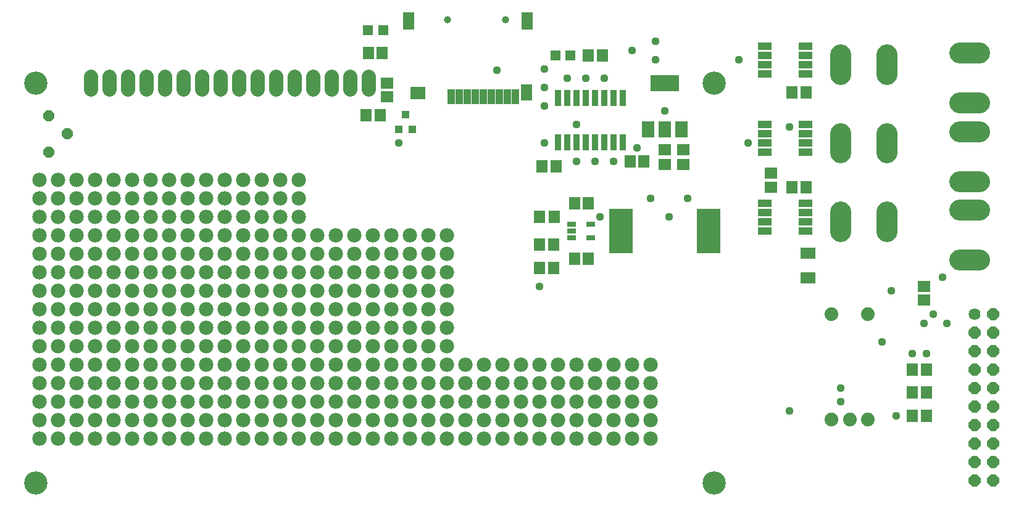
<source format=gts>
G75*
G70*
%OFA0B0*%
%FSLAX24Y24*%
%IPPOS*%
%LPD*%
%AMOC8*
5,1,8,0,0,1.08239X$1,22.5*
%
%ADD10C,0.0780*%
%ADD11C,0.1261*%
%ADD12C,0.0740*%
%ADD13R,0.0592X0.0710*%
%ADD14OC8,0.0600*%
%ADD15R,0.0395X0.0434*%
%ADD16R,0.0710X0.0592*%
%ADD17C,0.0640*%
%ADD18OC8,0.0640*%
%ADD19R,0.0670X0.0870*%
%ADD20R,0.1580X0.0870*%
%ADD21R,0.0340X0.0880*%
%ADD22R,0.0552X0.0552*%
%ADD23R,0.0502X0.0276*%
%ADD24R,0.0789X0.0631*%
%ADD25C,0.1130*%
%ADD26R,0.0780X0.0440*%
%ADD27R,0.1261X0.2442*%
%ADD28R,0.0395X0.0789*%
%ADD29R,0.0631X0.0867*%
%ADD30R,0.0631X0.0946*%
%ADD31R,0.0789X0.0710*%
%ADD32C,0.0395*%
%ADD33C,0.0437*%
%ADD34C,0.0780*%
D10*
X005178Y027566D02*
X005178Y028266D01*
X006178Y028266D02*
X006178Y027566D01*
X007178Y027566D02*
X007178Y028266D01*
X008178Y028266D02*
X008178Y027566D01*
X009178Y027566D02*
X009178Y028266D01*
X010178Y028266D02*
X010178Y027566D01*
X011178Y027566D02*
X011178Y028266D01*
X012178Y028266D02*
X012178Y027566D01*
X013178Y027566D02*
X013178Y028266D01*
X014178Y028266D02*
X014178Y027566D01*
X015178Y027566D02*
X015178Y028266D01*
X016178Y028266D02*
X016178Y027566D01*
X017178Y027566D02*
X017178Y028266D01*
X018178Y028266D02*
X018178Y027566D01*
X019178Y027566D02*
X019178Y028266D01*
X020178Y028266D02*
X020178Y027566D01*
D11*
X002230Y006258D03*
X038845Y006258D03*
X038840Y027913D03*
X002230Y027913D03*
D12*
X045196Y015419D03*
X047164Y015419D03*
X047164Y009710D03*
X046180Y009710D03*
X045196Y009710D03*
D13*
X049556Y009913D03*
X050304Y009913D03*
X050304Y011163D03*
X049556Y011163D03*
X049556Y012413D03*
X050304Y012413D03*
X043824Y022288D03*
X043036Y022288D03*
X035054Y023663D03*
X034306Y023663D03*
X030324Y023413D03*
X029536Y023413D03*
X031306Y021413D03*
X032054Y021413D03*
X030199Y020663D03*
X029411Y020663D03*
X029431Y019163D03*
X030179Y019163D03*
X031306Y018413D03*
X032054Y018413D03*
X030179Y017913D03*
X029431Y017913D03*
X020804Y026163D03*
X020056Y026163D03*
X020181Y029538D03*
X020929Y029538D03*
X032056Y029413D03*
X032804Y029413D03*
X043036Y027413D03*
X043824Y027413D03*
D14*
X003930Y025163D03*
X002930Y026153D03*
X002930Y024173D03*
D15*
X021806Y025394D03*
X022554Y025394D03*
X022180Y026221D03*
D16*
X021180Y027164D03*
X021180Y027912D03*
X036180Y024307D03*
X036180Y023519D03*
X037180Y023519D03*
X037180Y024307D03*
X041930Y023037D03*
X041930Y022289D03*
X050180Y016912D03*
X050180Y016164D03*
D17*
X052930Y015413D03*
D18*
X053930Y015413D03*
X053930Y014413D03*
X052930Y014413D03*
X052930Y013413D03*
X053930Y013413D03*
X053930Y012413D03*
X052930Y012413D03*
X052930Y011413D03*
X053930Y011413D03*
X053930Y010413D03*
X052930Y010413D03*
X052930Y009413D03*
X053930Y009413D03*
X053930Y008413D03*
X052930Y008413D03*
X052930Y007413D03*
X053930Y007413D03*
X053930Y006413D03*
X052930Y006413D03*
D19*
X037090Y025423D03*
X036190Y025423D03*
X035290Y025423D03*
D20*
X036180Y027903D03*
D21*
X033930Y027123D03*
X033430Y027123D03*
X032930Y027123D03*
X032430Y027123D03*
X031930Y027123D03*
X031430Y027123D03*
X030930Y027123D03*
X030430Y027123D03*
X030430Y024703D03*
X030930Y024703D03*
X031430Y024703D03*
X031930Y024703D03*
X032430Y024703D03*
X032930Y024703D03*
X033430Y024703D03*
X033930Y024703D03*
D22*
X031093Y029413D03*
X030267Y029413D03*
X020968Y030788D03*
X020142Y030788D03*
D23*
X031163Y020287D03*
X031163Y019913D03*
X031163Y019539D03*
X032197Y019539D03*
X032197Y020287D03*
D24*
X043930Y018707D03*
X043930Y017369D03*
D25*
X045680Y019888D02*
X045680Y020938D01*
X048180Y020938D02*
X048180Y019888D01*
X052130Y021033D02*
X053180Y021033D01*
X053180Y022583D02*
X052130Y022583D01*
X048180Y024138D02*
X048180Y025188D01*
X045680Y025188D02*
X045680Y024138D01*
X052130Y025283D02*
X053180Y025283D01*
X053180Y026833D02*
X052130Y026833D01*
X048180Y028388D02*
X048180Y029438D01*
X045680Y029438D02*
X045680Y028388D01*
X052130Y029533D02*
X053180Y029533D01*
X053180Y018333D02*
X052130Y018333D01*
D26*
X043780Y019913D03*
X043780Y020413D03*
X043780Y020913D03*
X043780Y021413D03*
X041580Y021413D03*
X041580Y020913D03*
X041580Y020413D03*
X041580Y019913D03*
X041580Y024163D03*
X041580Y024663D03*
X041580Y025163D03*
X041580Y025663D03*
X043780Y025663D03*
X043780Y025163D03*
X043780Y024663D03*
X043780Y024163D03*
X043780Y028413D03*
X043780Y028913D03*
X043780Y029413D03*
X043780Y029913D03*
X041580Y029913D03*
X041580Y029413D03*
X041580Y028913D03*
X041580Y028413D03*
D27*
X038542Y019913D03*
X033818Y019913D03*
D28*
X028129Y027163D03*
X027696Y027163D03*
X027263Y027163D03*
X026830Y027163D03*
X026397Y027163D03*
X025963Y027163D03*
X025530Y027163D03*
X025097Y027163D03*
X024664Y027163D03*
D29*
X028700Y027399D03*
D30*
X028759Y031277D03*
X022341Y031277D03*
D31*
X022834Y027360D03*
D32*
X024448Y031336D03*
X027597Y031336D03*
D33*
X027119Y028602D03*
X029680Y028663D03*
X029680Y027663D03*
X029680Y026663D03*
X031430Y025663D03*
X029680Y024663D03*
X031430Y023663D03*
X032430Y023663D03*
X033430Y023663D03*
X034680Y024413D03*
X036180Y026413D03*
X032930Y028163D03*
X031930Y028163D03*
X030930Y028163D03*
X034430Y029663D03*
X035680Y030163D03*
X035680Y029163D03*
X040180Y029163D03*
X042930Y025538D03*
X040680Y024663D03*
X037430Y021663D03*
X036430Y020663D03*
X035430Y021663D03*
X032680Y020663D03*
X029430Y016913D03*
X042930Y010163D03*
X045680Y010663D03*
X045680Y011413D03*
X048680Y009913D03*
X049556Y013287D03*
X050304Y013287D03*
X047930Y013913D03*
X050180Y014913D03*
X050680Y015413D03*
X051430Y014913D03*
X048430Y016663D03*
X051180Y017413D03*
X021805Y024663D03*
D34*
X016430Y022663D03*
X015430Y022663D03*
X014430Y022663D03*
X013430Y022663D03*
X012430Y022663D03*
X011430Y022663D03*
X010430Y022663D03*
X009430Y022663D03*
X008430Y022663D03*
X007430Y022663D03*
X006430Y022663D03*
X005430Y022663D03*
X004430Y022663D03*
X003430Y022663D03*
X002430Y022663D03*
X002430Y021663D03*
X003430Y021663D03*
X004430Y021663D03*
X005430Y021663D03*
X006430Y021663D03*
X007430Y021663D03*
X008430Y021663D03*
X009430Y021663D03*
X010430Y021663D03*
X011430Y021663D03*
X012430Y021663D03*
X013430Y021663D03*
X014430Y021663D03*
X015430Y021663D03*
X016430Y021663D03*
X016430Y020663D03*
X015430Y020663D03*
X014430Y020663D03*
X013430Y020663D03*
X012430Y020663D03*
X011430Y020663D03*
X010430Y020663D03*
X009430Y020663D03*
X008430Y020663D03*
X007430Y020663D03*
X006430Y020663D03*
X005430Y020663D03*
X004430Y020663D03*
X003430Y020663D03*
X002430Y020663D03*
X002430Y019663D03*
X003430Y019663D03*
X004430Y019663D03*
X005430Y019663D03*
X006430Y019663D03*
X007430Y019663D03*
X008430Y019663D03*
X009430Y019663D03*
X010430Y019663D03*
X011430Y019663D03*
X012430Y019663D03*
X013430Y019663D03*
X014430Y019663D03*
X015430Y019663D03*
X016430Y019663D03*
X017430Y019663D03*
X018430Y019663D03*
X019430Y019663D03*
X020430Y019663D03*
X021430Y019663D03*
X022430Y019663D03*
X023430Y019663D03*
X024430Y019663D03*
X024430Y018663D03*
X023430Y018663D03*
X022430Y018663D03*
X021430Y018663D03*
X020430Y018663D03*
X019430Y018663D03*
X018430Y018663D03*
X017430Y018663D03*
X016430Y018663D03*
X015430Y018663D03*
X014430Y018663D03*
X013430Y018663D03*
X012430Y018663D03*
X011430Y018663D03*
X010430Y018663D03*
X009430Y018663D03*
X008430Y018663D03*
X007430Y018663D03*
X006430Y018663D03*
X005430Y018663D03*
X004430Y018663D03*
X003430Y018663D03*
X002430Y018663D03*
X002430Y017663D03*
X003430Y017663D03*
X004430Y017663D03*
X005430Y017663D03*
X006430Y017663D03*
X007430Y017663D03*
X008430Y017663D03*
X009430Y017663D03*
X010430Y017663D03*
X011430Y017663D03*
X012430Y017663D03*
X013430Y017663D03*
X014430Y017663D03*
X015430Y017663D03*
X016430Y017663D03*
X017430Y017663D03*
X018430Y017663D03*
X019430Y017663D03*
X020430Y017663D03*
X021430Y017663D03*
X022430Y017663D03*
X023430Y017663D03*
X024430Y017663D03*
X024430Y016663D03*
X023430Y016663D03*
X022430Y016663D03*
X021430Y016663D03*
X020430Y016663D03*
X019430Y016663D03*
X018430Y016663D03*
X017430Y016663D03*
X016430Y016663D03*
X015430Y016663D03*
X014430Y016663D03*
X013430Y016663D03*
X012430Y016663D03*
X011430Y016663D03*
X010430Y016663D03*
X009430Y016663D03*
X008430Y016663D03*
X007430Y016663D03*
X006430Y016663D03*
X005430Y016663D03*
X004430Y016663D03*
X003430Y016663D03*
X002430Y016663D03*
X002430Y015663D03*
X003430Y015663D03*
X004430Y015663D03*
X005430Y015663D03*
X006430Y015663D03*
X007430Y015663D03*
X008430Y015663D03*
X009430Y015663D03*
X010430Y015663D03*
X011430Y015663D03*
X012430Y015663D03*
X013430Y015663D03*
X014430Y015663D03*
X015430Y015663D03*
X016430Y015663D03*
X017430Y015663D03*
X018430Y015663D03*
X019430Y015663D03*
X020430Y015663D03*
X021430Y015663D03*
X022430Y015663D03*
X023430Y015663D03*
X024430Y015663D03*
X024430Y014663D03*
X023430Y014663D03*
X022430Y014663D03*
X021430Y014663D03*
X020430Y014663D03*
X019430Y014663D03*
X018430Y014663D03*
X017430Y014663D03*
X016430Y014663D03*
X015430Y014663D03*
X014430Y014663D03*
X013430Y014663D03*
X012430Y014663D03*
X011430Y014663D03*
X010430Y014663D03*
X009430Y014663D03*
X008430Y014663D03*
X007430Y014663D03*
X006430Y014663D03*
X005430Y014663D03*
X004430Y014663D03*
X003430Y014663D03*
X002430Y014663D03*
X002430Y013663D03*
X003430Y013663D03*
X004430Y013663D03*
X005430Y013663D03*
X006430Y013663D03*
X007430Y013663D03*
X008430Y013663D03*
X009430Y013663D03*
X010430Y013663D03*
X011430Y013663D03*
X012430Y013663D03*
X013430Y013663D03*
X014430Y013663D03*
X015430Y013663D03*
X016430Y013663D03*
X017430Y013663D03*
X018430Y013663D03*
X019430Y013663D03*
X020430Y013663D03*
X021430Y013663D03*
X022430Y013663D03*
X023430Y013663D03*
X024430Y013663D03*
X024430Y012663D03*
X025430Y012663D03*
X026430Y012663D03*
X027430Y012663D03*
X028430Y012663D03*
X029430Y012663D03*
X030430Y012663D03*
X031430Y012663D03*
X032430Y012663D03*
X033430Y012663D03*
X034430Y012663D03*
X035430Y012663D03*
X035430Y011663D03*
X034430Y011663D03*
X033430Y011663D03*
X032430Y011663D03*
X031430Y011663D03*
X030430Y011663D03*
X029430Y011663D03*
X028430Y011663D03*
X027430Y011663D03*
X026430Y011663D03*
X025430Y011663D03*
X024430Y011663D03*
X023430Y011663D03*
X022430Y011663D03*
X021430Y011663D03*
X020430Y011663D03*
X019430Y011663D03*
X018430Y011663D03*
X017430Y011663D03*
X016430Y011663D03*
X015430Y011663D03*
X014430Y011663D03*
X013430Y011663D03*
X012430Y011663D03*
X011430Y011663D03*
X010430Y011663D03*
X009430Y011663D03*
X008430Y011663D03*
X007430Y011663D03*
X006430Y011663D03*
X005430Y011663D03*
X004430Y011663D03*
X003430Y011663D03*
X002430Y011663D03*
X002430Y012663D03*
X003430Y012663D03*
X004430Y012663D03*
X005430Y012663D03*
X006430Y012663D03*
X007430Y012663D03*
X008430Y012663D03*
X009430Y012663D03*
X010430Y012663D03*
X011430Y012663D03*
X012430Y012663D03*
X013430Y012663D03*
X014430Y012663D03*
X015430Y012663D03*
X016430Y012663D03*
X017430Y012663D03*
X018430Y012663D03*
X019430Y012663D03*
X020430Y012663D03*
X021430Y012663D03*
X022430Y012663D03*
X023430Y012663D03*
X023430Y010663D03*
X022430Y010663D03*
X021430Y010663D03*
X020430Y010663D03*
X019430Y010663D03*
X018430Y010663D03*
X017430Y010663D03*
X016430Y010663D03*
X015430Y010663D03*
X014430Y010663D03*
X013430Y010663D03*
X012430Y010663D03*
X011430Y010663D03*
X010430Y010663D03*
X009430Y010663D03*
X008430Y010663D03*
X007430Y010663D03*
X006430Y010663D03*
X005430Y010663D03*
X004430Y010663D03*
X003430Y010663D03*
X002430Y010663D03*
X002430Y009663D03*
X003430Y009663D03*
X004430Y009663D03*
X005430Y009663D03*
X006430Y009663D03*
X007430Y009663D03*
X008430Y009663D03*
X009430Y009663D03*
X010430Y009663D03*
X011430Y009663D03*
X012430Y009663D03*
X013430Y009663D03*
X014430Y009663D03*
X015430Y009663D03*
X016430Y009663D03*
X017430Y009663D03*
X018430Y009663D03*
X019430Y009663D03*
X020430Y009663D03*
X021430Y009663D03*
X022430Y009663D03*
X023430Y009663D03*
X024430Y009663D03*
X025430Y009663D03*
X026430Y009663D03*
X027430Y009663D03*
X028430Y009663D03*
X029430Y009663D03*
X030430Y009663D03*
X031430Y009663D03*
X032430Y009663D03*
X033430Y009663D03*
X034430Y009663D03*
X035430Y009663D03*
X035430Y010663D03*
X034430Y010663D03*
X033430Y010663D03*
X032430Y010663D03*
X031430Y010663D03*
X030430Y010663D03*
X029430Y010663D03*
X028430Y010663D03*
X027430Y010663D03*
X026430Y010663D03*
X025430Y010663D03*
X024430Y010663D03*
X024430Y008663D03*
X025430Y008663D03*
X026430Y008663D03*
X027430Y008663D03*
X028430Y008663D03*
X029430Y008663D03*
X030430Y008663D03*
X031430Y008663D03*
X032430Y008663D03*
X033430Y008663D03*
X034430Y008663D03*
X035430Y008663D03*
X023430Y008663D03*
X022430Y008663D03*
X021430Y008663D03*
X020430Y008663D03*
X019430Y008663D03*
X018430Y008663D03*
X017430Y008663D03*
X016430Y008663D03*
X015430Y008663D03*
X014430Y008663D03*
X013430Y008663D03*
X012430Y008663D03*
X011430Y008663D03*
X010430Y008663D03*
X009430Y008663D03*
X008430Y008663D03*
X007430Y008663D03*
X006430Y008663D03*
X005430Y008663D03*
X004430Y008663D03*
X003430Y008663D03*
X002430Y008663D03*
M02*

</source>
